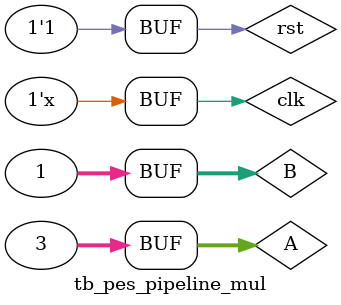
<source format=v>
`timescale 1ns / 1ps

module tb_pes_pipeline_mul;

    reg clk;
    reg rst;
    reg [31:0] A;
    reg [31:0] B;
    wire [31:0] F;
   
    
    pes_pipeline_mul uut ( .clk(clk), .rst(rst), .A(A), .B(B), .F(F));
    initial begin
    $dumpfile("tb_pes_pipeline_mul.vcd");
    $dumpvars(0,tb_pes_pipeline_mul);
    end 
    
    initial begin
   
    A = 0;
    B = 0;
    clk <= 1'b0;
    rst <= 1'b1;
    

#10 clk <= ~clk;
    
    A = 32'h0000; B = 32'h0001;

#10 clk <= ~clk;
#10 clk <= ~clk;
    
    A = 32'h0010; B = 32'h0001;

#10 clk <= ~clk;
#10 clk <= ~clk;
    
    A = 32'h00F0; B = 32'h0040;

#10 clk <= ~clk;
#10 clk <= ~clk;
    
    A = 32'hC000; B = 32'h1000;

#10 clk <= ~clk;
#10 clk <= ~clk;
    
    A = 32'hAA00; B = 32'h0100;

#10 clk <= ~clk;
#10 clk <= ~clk;
    
    A = 32'h0A01; B = 32'h0020;

#10 clk <= ~clk;
#10 clk <= ~clk;
  
    A = 32'h0030; B = 32'h0009;
    
#10 clk <= ~clk;
#10 clk <= ~clk;

    A = 32'h0020; B = 32'h00010;
    
#10 clk <= ~clk;
#10 clk <= ~clk;

    A = 32'h9000; B = 32'h8000;
    
#10 clk <= ~clk;
#10 clk <= ~clk;

 A = 32'h0003; B = 32'h0001;
 
 #10 clk <= ~clk;
 #10 clk <= ~clk;
 
 #10 clk <= ~clk;
 #10 clk <= ~clk;
 
 #10 clk <= ~clk;
 #10 clk <= ~clk;
    
  end  

    
endmodule
</source>
